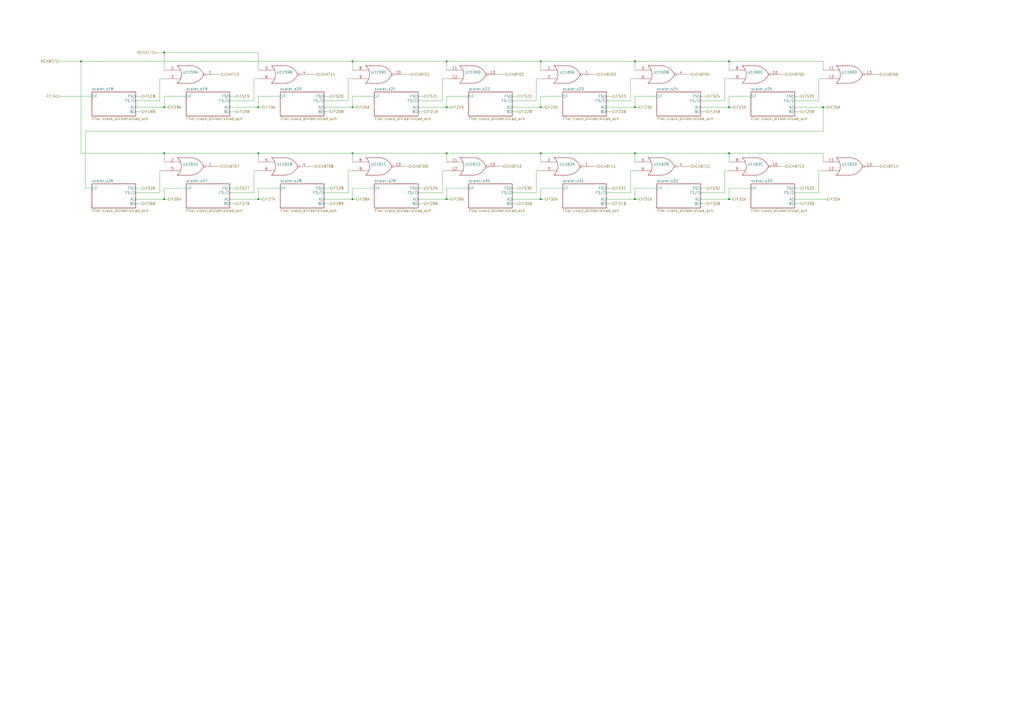
<source format=kicad_sch>
(kicad_sch (version 20211123) (generator eeschema)
  (paper "A2")
  (lib_symbols
    (symbol "agc_kicad_components:74HC02" (pin_names (offset 0.762))
      (property "Reference" "U" (at 0 1.27 0))
      (symbol "74HC02_1_1"
        (arc (start -7.62 -5.08) (mid -5.2708 0) (end -7.62 5.08) (stroke (width 0.2032)))
        (arc (start 0 -5.08) (mid 4.5812 -3.6906) (end 7.62 0) (stroke (width 0.2032)))
        (polyline (pts (xy -7.62 -5.08) (xy 0 -5.08)) (stroke (width 0.2032)))
        (polyline (pts (xy -7.62 5.08) (xy 0 5.08)) (stroke (width 0.2032)))
        (arc (start 7.62 0) (mid 4.5727 3.6819) (end 0 5.08) (stroke (width 0.2032)))
        (pin output inverted (at 15.24 0 180) (length 7.62) (name "~") (number "1"))
        (pin input line (at -15.24 2.54 0) (length 9.398) (name "~") (number "2"))
        (pin input line (at -15.24 -2.54 0) (length 9.398) (name "~") (number "3"))
      )
      (symbol "74HC02_2_1"
        (arc (start -7.62 -5.08) (mid -5.2708 0) (end -7.62 5.08) (stroke (width 0.2032)))
        (arc (start 0 -5.08) (mid 4.5812 -3.6906) (end 7.62 0) (stroke (width 0.2032)))
        (polyline (pts (xy -7.62 -5.08) (xy 0 -5.08)) (stroke (width 0.2032)))
        (polyline (pts (xy -7.62 5.08) (xy 0 5.08)) (stroke (width 0.2032)))
        (arc (start 7.62 0) (mid 4.5727 3.6819) (end 0 5.08) (stroke (width 0.2032)))
        (pin output inverted (at 15.24 0 180) (length 7.62) (name "~") (number "4"))
        (pin input line (at -15.24 2.54 0) (length 9.398) (name "~") (number "5"))
        (pin input line (at -15.24 -2.54 0) (length 9.398) (name "~") (number "6"))
      )
      (symbol "74HC02_3_1"
        (arc (start -7.62 -5.08) (mid -5.2708 0) (end -7.62 5.08) (stroke (width 0.2032)))
        (arc (start 0 -5.08) (mid 4.5812 -3.6906) (end 7.62 0) (stroke (width 0.2032)))
        (polyline (pts (xy -7.62 -5.08) (xy 0 -5.08)) (stroke (width 0.2032)))
        (polyline (pts (xy -7.62 5.08) (xy 0 5.08)) (stroke (width 0.2032)))
        (arc (start 7.62 0) (mid 4.5727 3.6819) (end 0 5.08) (stroke (width 0.2032)))
        (pin output inverted (at 15.24 0 180) (length 7.62) (name "~") (number "10"))
        (pin input line (at -15.24 2.54 0) (length 9.398) (name "~") (number "8"))
        (pin input line (at -15.24 -2.54 0) (length 9.398) (name "~") (number "9"))
      )
      (symbol "74HC02_4_1"
        (arc (start -7.62 -5.08) (mid -5.2708 0) (end -7.62 5.08) (stroke (width 0.2032)))
        (arc (start 0 -5.08) (mid 4.5812 -3.6906) (end 7.62 0) (stroke (width 0.2032)))
        (polyline (pts (xy -7.62 -5.08) (xy 0 -5.08)) (stroke (width 0.2032)))
        (polyline (pts (xy -7.62 5.08) (xy 0 5.08)) (stroke (width 0.2032)))
        (arc (start 7.62 0) (mid 4.5727 3.6819) (end 0 5.08) (stroke (width 0.2032)))
        (pin input line (at -15.24 2.54 0) (length 9.398) (name "~") (number "11"))
        (pin input line (at -15.24 -2.54 0) (length 9.398) (name "~") (number "12"))
        (pin output inverted (at 15.24 0 180) (length 7.62) (name "~") (number "13"))
      )
      (symbol "74HC02_5_0"
        (text "GND" (at 2.54 -3.81 0) (effects (font (size 0.9906 0.9906))))
        (text "VCC" (at 2.54 3.81 0) (effects (font (size 0.9906 0.9906))))
      )
      (symbol "74HC02_5_1"
        (rectangle (start -5.08 2.54) (end 5.08 -2.54))
        (pin power_in line (at 0 6.35 270) (length 3.81) (name "VCC") (number "14"))
        (pin power_in line (at 0 -6.35 90) (length 3.81) (name "GND") (number "7"))
      )
    )
  )
  (junction (at 368.3 115.57))
  (junction (at 259.08 88.9))
  (junction (at 422.91 88.9))
  (junction (at 259.08 115.57))
  (junction (at 368.3 62.23))
  (junction (at 259.08 62.23))
  (junction (at 149.86 62.23))
  (junction (at 204.47 88.9))
  (junction (at 204.47 115.57))
  (junction (at 368.3 35.56))
  (junction (at 313.69 62.23))
  (junction (at 477.52 62.23))
  (junction (at 95.25 88.9))
  (junction (at 149.86 88.9))
  (junction (at 204.47 62.23))
  (junction (at 422.91 62.23))
  (junction (at 149.86 115.57))
  (junction (at 95.25 115.57))
  (junction (at 368.3 88.9))
  (junction (at 259.08 35.56))
  (junction (at 204.47 35.56))
  (junction (at 95.25 30.48))
  (junction (at 313.69 35.56))
  (junction (at 46.99 35.56))
  (junction (at 313.69 115.57))
  (junction (at 422.91 115.57))
  (junction (at 95.25 62.23))
  (junction (at 313.69 88.9))
  (junction (at 422.91 35.56))
  (wire (pts (xy 368.3 62.23) (xy 370.84 62.23)))
  (wire (pts (xy 422.91 35.56) (xy 422.91 40.64)))
  (wire (pts (xy 34.29 55.88) (xy 53.34 55.88)))
  (wire (pts (xy 453.39 43.18) (xy 455.93 43.18)))
  (wire (pts (xy 133.35 109.22) (xy 137.16 109.22)))
  (wire (pts (xy 453.39 96.52) (xy 455.93 96.52)))
  (wire (pts (xy 234.95 96.52) (xy 237.49 96.52)))
  (wire (pts (xy 259.08 62.23) (xy 261.62 62.23)))
  (wire (pts (xy 461.01 62.23) (xy 477.52 62.23)))
  (wire (pts (xy 187.96 55.88) (xy 191.77 55.88)))
  (wire (pts (xy 289.56 43.18) (xy 293.37 43.18)))
  (wire (pts (xy 351.79 109.22) (xy 355.6 109.22)))
  (wire (pts (xy 133.35 64.77) (xy 137.16 64.77)))
  (wire (pts (xy 477.52 35.56) (xy 477.52 40.64)))
  (wire (pts (xy 201.93 111.76) (xy 201.93 99.06)))
  (wire (pts (xy 204.47 115.57) (xy 207.01 115.57)))
  (wire (pts (xy 187.96 118.11) (xy 191.77 118.11)))
  (wire (pts (xy 461.01 58.42) (xy 474.98 58.42)))
  (wire (pts (xy 125.73 43.18) (xy 128.27 43.18)))
  (wire (pts (xy 234.95 43.18) (xy 238.76 43.18)))
  (wire (pts (xy 147.32 111.76) (xy 147.32 99.06)))
  (wire (pts (xy 508 96.52) (xy 510.54 96.52)))
  (wire (pts (xy 92.71 99.06) (xy 95.25 99.06)))
  (wire (pts (xy 461.01 118.11) (xy 464.82 118.11)))
  (wire (pts (xy 406.4 109.22) (xy 410.21 109.22)))
  (wire (pts (xy 461.01 111.76) (xy 474.98 111.76)))
  (wire (pts (xy 147.32 45.72) (xy 149.86 45.72)))
  (wire (pts (xy 351.79 62.23) (xy 368.3 62.23)))
  (wire (pts (xy 406.4 118.11) (xy 410.21 118.11)))
  (wire (pts (xy 201.93 99.06) (xy 204.47 99.06)))
  (wire (pts (xy 259.08 55.88) (xy 271.78 55.88)))
  (wire (pts (xy 201.93 45.72) (xy 204.47 45.72)))
  (wire (pts (xy 510.54 43.18) (xy 508 43.18)))
  (wire (pts (xy 422.91 35.56) (xy 477.52 35.56)))
  (wire (pts (xy 297.18 64.77) (xy 300.99 64.77)))
  (wire (pts (xy 311.15 111.76) (xy 311.15 99.06)))
  (wire (pts (xy 297.18 62.23) (xy 313.69 62.23)))
  (wire (pts (xy 90.17 30.48) (xy 95.25 30.48)))
  (wire (pts (xy 78.74 109.22) (xy 82.55 109.22)))
  (wire (pts (xy 406.4 62.23) (xy 422.91 62.23)))
  (wire (pts (xy 313.69 109.22) (xy 326.39 109.22)))
  (wire (pts (xy 149.86 109.22) (xy 162.56 109.22)))
  (wire (pts (xy 461.01 64.77) (xy 464.82 64.77)))
  (wire (pts (xy 78.74 62.23) (xy 95.25 62.23)))
  (wire (pts (xy 406.4 115.57) (xy 422.91 115.57)))
  (wire (pts (xy 422.91 115.57) (xy 425.45 115.57)))
  (wire (pts (xy 95.25 115.57) (xy 95.25 109.22)))
  (wire (pts (xy 297.18 118.11) (xy 300.99 118.11)))
  (wire (pts (xy 365.76 111.76) (xy 365.76 99.06)))
  (wire (pts (xy 311.15 99.06) (xy 313.69 99.06)))
  (wire (pts (xy 133.35 118.11) (xy 137.16 118.11)))
  (wire (pts (xy 256.54 45.72) (xy 259.08 45.72)))
  (wire (pts (xy 95.25 115.57) (xy 97.79 115.57)))
  (wire (pts (xy 133.35 115.57) (xy 149.86 115.57)))
  (wire (pts (xy 147.32 99.06) (xy 149.86 99.06)))
  (wire (pts (xy 78.74 111.76) (xy 92.71 111.76)))
  (wire (pts (xy 92.71 58.42) (xy 92.71 45.72)))
  (wire (pts (xy 125.73 96.52) (xy 128.27 96.52)))
  (wire (pts (xy 78.74 64.77) (xy 82.55 64.77)))
  (wire (pts (xy 420.37 45.72) (xy 422.91 45.72)))
  (wire (pts (xy 398.78 96.52) (xy 401.32 96.52)))
  (wire (pts (xy 474.98 45.72) (xy 477.52 45.72)))
  (wire (pts (xy 368.3 115.57) (xy 370.84 115.57)))
  (wire (pts (xy 406.4 64.77) (xy 410.21 64.77)))
  (wire (pts (xy 204.47 115.57) (xy 204.47 109.22)))
  (wire (pts (xy 259.08 88.9) (xy 259.08 93.98)))
  (wire (pts (xy 46.99 88.9) (xy 95.25 88.9)))
  (wire (pts (xy 204.47 62.23) (xy 207.01 62.23)))
  (wire (pts (xy 351.79 111.76) (xy 365.76 111.76)))
  (wire (pts (xy 365.76 99.06) (xy 368.3 99.06)))
  (wire (pts (xy 477.52 62.23) (xy 477.52 76.2)))
  (wire (pts (xy 49.53 76.2) (xy 49.53 109.22)))
  (wire (pts (xy 259.08 40.64) (xy 259.08 35.56)))
  (wire (pts (xy 461.01 115.57) (xy 480.06 115.57)))
  (wire (pts (xy 242.57 118.11) (xy 246.38 118.11)))
  (wire (pts (xy 242.57 55.88) (xy 246.38 55.88)))
  (wire (pts (xy 242.57 109.22) (xy 246.38 109.22)))
  (wire (pts (xy 133.35 58.42) (xy 147.32 58.42)))
  (wire (pts (xy 49.53 109.22) (xy 53.34 109.22)))
  (wire (pts (xy 95.25 30.48) (xy 149.86 30.48)))
  (wire (pts (xy 204.47 62.23) (xy 204.47 55.88)))
  (wire (pts (xy 242.57 111.76) (xy 256.54 111.76)))
  (wire (pts (xy 95.25 88.9) (xy 95.25 93.98)))
  (wire (pts (xy 406.4 58.42) (xy 420.37 58.42)))
  (wire (pts (xy 351.79 115.57) (xy 368.3 115.57)))
  (wire (pts (xy 259.08 62.23) (xy 259.08 55.88)))
  (wire (pts (xy 204.47 55.88) (xy 217.17 55.88)))
  (wire (pts (xy 422.91 62.23) (xy 422.91 55.88)))
  (wire (pts (xy 311.15 45.72) (xy 313.69 45.72)))
  (wire (pts (xy 474.98 58.42) (xy 474.98 45.72)))
  (wire (pts (xy 187.96 58.42) (xy 201.93 58.42)))
  (wire (pts (xy 297.18 115.57) (xy 313.69 115.57)))
  (wire (pts (xy 256.54 58.42) (xy 256.54 45.72)))
  (wire (pts (xy 204.47 35.56) (xy 259.08 35.56)))
  (wire (pts (xy 259.08 115.57) (xy 259.08 109.22)))
  (wire (pts (xy 313.69 62.23) (xy 316.23 62.23)))
  (wire (pts (xy 204.47 88.9) (xy 204.47 93.98)))
  (wire (pts (xy 461.01 55.88) (xy 464.82 55.88)))
  (wire (pts (xy 187.96 109.22) (xy 191.77 109.22)))
  (wire (pts (xy 149.86 55.88) (xy 162.56 55.88)))
  (wire (pts (xy 297.18 109.22) (xy 300.99 109.22)))
  (wire (pts (xy 365.76 58.42) (xy 365.76 45.72)))
  (wire (pts (xy 95.25 62.23) (xy 95.25 55.88)))
  (wire (pts (xy 368.3 109.22) (xy 381 109.22)))
  (wire (pts (xy 368.3 55.88) (xy 381 55.88)))
  (wire (pts (xy 477.52 62.23) (xy 480.06 62.23)))
  (wire (pts (xy 313.69 35.56) (xy 313.69 40.64)))
  (wire (pts (xy 313.69 55.88) (xy 326.39 55.88)))
  (wire (pts (xy 201.93 58.42) (xy 201.93 45.72)))
  (wire (pts (xy 344.17 43.18) (xy 346.71 43.18)))
  (wire (pts (xy 46.99 35.56) (xy 204.47 35.56)))
  (wire (pts (xy 95.25 55.88) (xy 107.95 55.88)))
  (wire (pts (xy 149.86 62.23) (xy 149.86 55.88)))
  (wire (pts (xy 351.79 118.11) (xy 355.6 118.11)))
  (wire (pts (xy 95.25 62.23) (xy 97.79 62.23)))
  (wire (pts (xy 313.69 35.56) (xy 368.3 35.56)))
  (wire (pts (xy 351.79 64.77) (xy 355.6 64.77)))
  (wire (pts (xy 242.57 58.42) (xy 256.54 58.42)))
  (wire (pts (xy 78.74 115.57) (xy 95.25 115.57)))
  (wire (pts (xy 242.57 115.57) (xy 259.08 115.57)))
  (wire (pts (xy 313.69 62.23) (xy 313.69 55.88)))
  (wire (pts (xy 187.96 115.57) (xy 204.47 115.57)))
  (wire (pts (xy 398.78 43.18) (xy 401.32 43.18)))
  (wire (pts (xy 344.17 96.52) (xy 346.71 96.52)))
  (wire (pts (xy 149.86 88.9) (xy 149.86 93.98)))
  (wire (pts (xy 313.69 88.9) (xy 368.3 88.9)))
  (wire (pts (xy 259.08 88.9) (xy 313.69 88.9)))
  (wire (pts (xy 422.91 109.22) (xy 435.61 109.22)))
  (wire (pts (xy 187.96 62.23) (xy 204.47 62.23)))
  (wire (pts (xy 204.47 88.9) (xy 259.08 88.9)))
  (wire (pts (xy 133.35 62.23) (xy 149.86 62.23)))
  (wire (pts (xy 422.91 88.9) (xy 477.52 88.9)))
  (wire (pts (xy 420.37 111.76) (xy 420.37 99.06)))
  (wire (pts (xy 95.25 88.9) (xy 149.86 88.9)))
  (wire (pts (xy 368.3 88.9) (xy 368.3 93.98)))
  (wire (pts (xy 242.57 64.77) (xy 246.38 64.77)))
  (wire (pts (xy 313.69 88.9) (xy 313.69 93.98)))
  (wire (pts (xy 78.74 55.88) (xy 82.55 55.88)))
  (wire (pts (xy 78.74 58.42) (xy 92.71 58.42)))
  (wire (pts (xy 78.74 118.11) (xy 82.55 118.11)))
  (wire (pts (xy 422.91 115.57) (xy 422.91 109.22)))
  (wire (pts (xy 204.47 109.22) (xy 217.17 109.22)))
  (wire (pts (xy 289.56 96.52) (xy 292.1 96.52)))
  (wire (pts (xy 133.35 111.76) (xy 147.32 111.76)))
  (wire (pts (xy 422.91 55.88) (xy 435.61 55.88)))
  (wire (pts (xy 474.98 111.76) (xy 474.98 99.06)))
  (wire (pts (xy 95.25 109.22) (xy 107.95 109.22)))
  (wire (pts (xy 368.3 62.23) (xy 368.3 55.88)))
  (wire (pts (xy 297.18 111.76) (xy 311.15 111.76)))
  (wire (pts (xy 149.86 62.23) (xy 152.4 62.23)))
  (wire (pts (xy 147.32 58.42) (xy 147.32 45.72)))
  (wire (pts (xy 477.52 76.2) (xy 49.53 76.2)))
  (wire (pts (xy 242.57 62.23) (xy 259.08 62.23)))
  (wire (pts (xy 311.15 58.42) (xy 311.15 45.72)))
  (wire (pts (xy 259.08 35.56) (xy 313.69 35.56)))
  (wire (pts (xy 204.47 40.64) (xy 204.47 35.56)))
  (wire (pts (xy 182.88 96.52) (xy 180.34 96.52)))
  (wire (pts (xy 256.54 111.76) (xy 256.54 99.06)))
  (wire (pts (xy 368.3 115.57) (xy 368.3 109.22)))
  (wire (pts (xy 92.71 111.76) (xy 92.71 99.06)))
  (wire (pts (xy 406.4 55.88) (xy 410.21 55.88)))
  (wire (pts (xy 368.3 35.56) (xy 422.91 35.56)))
  (wire (pts (xy 365.76 45.72) (xy 368.3 45.72)))
  (wire (pts (xy 187.96 111.76) (xy 201.93 111.76)))
  (wire (pts (xy 297.18 58.42) (xy 311.15 58.42)))
  (wire (pts (xy 46.99 35.56) (xy 46.99 88.9)))
  (wire (pts (xy 133.35 55.88) (xy 137.16 55.88)))
  (wire (pts (xy 368.3 35.56) (xy 368.3 40.64)))
  (wire (pts (xy 95.25 30.48) (xy 95.25 40.64)))
  (wire (pts (xy 368.3 88.9) (xy 422.91 88.9)))
  (wire (pts (xy 477.52 88.9) (xy 477.52 93.98)))
  (wire (pts (xy 422.91 62.23) (xy 425.45 62.23)))
  (wire (pts (xy 187.96 64.77) (xy 191.77 64.77)))
  (wire (pts (xy 351.79 58.42) (xy 365.76 58.42)))
  (wire (pts (xy 313.69 115.57) (xy 313.69 109.22)))
  (wire (pts (xy 149.86 30.48) (xy 149.86 40.64)))
  (wire (pts (xy 259.08 115.57) (xy 261.62 115.57)))
  (wire (pts (xy 313.69 115.57) (xy 316.23 115.57)))
  (wire (pts (xy 259.08 109.22) (xy 271.78 109.22)))
  (wire (pts (xy 34.29 35.56) (xy 46.99 35.56)))
  (wire (pts (xy 420.37 58.42) (xy 420.37 45.72)))
  (wire (pts (xy 180.34 43.18) (xy 184.15 43.18)))
  (wire (pts (xy 351.79 55.88) (xy 355.6 55.88)))
  (wire (pts (xy 420.37 99.06) (xy 422.91 99.06)))
  (wire (pts (xy 92.71 45.72) (xy 95.25 45.72)))
  (wire (pts (xy 461.01 109.22) (xy 464.82 109.22)))
  (wire (pts (xy 297.18 55.88) (xy 300.99 55.88)))
  (wire (pts (xy 422.91 88.9) (xy 422.91 93.98)))
  (wire (pts (xy 149.86 88.9) (xy 204.47 88.9)))
  (wire (pts (xy 406.4 111.76) (xy 420.37 111.76)))
  (wire (pts (xy 256.54 99.06) (xy 259.08 99.06)))
  (wire (pts (xy 149.86 115.57) (xy 149.86 109.22)))
  (wire (pts (xy 474.98 99.06) (xy 477.52 99.06)))
  (wire (pts (xy 149.86 115.57) (xy 152.4 115.57)))
  (hierarchical_label "FS31" (shape output) (at 355.6 109.22 0) (effects (font (size 1.524 1.524))))
  (hierarchical_label "CHBT09" (shape output) (at 237.49 96.52 0) (effects (font (size 1.524 1.524))))
  (hierarchical_label "CHBT08" (shape output) (at 182.88 96.52 0) (effects (font (size 1.524 1.524))))
  (hierarchical_label "F30A" (shape output) (at 316.23 115.57 0) (effects (font (size 1.524 1.524))))
  (hierarchical_label "F20A" (shape output) (at 207.01 62.23 0) (effects (font (size 1.524 1.524))))
  (hierarchical_label "CHBT14" (shape output) (at 510.54 96.52 0) (effects (font (size 1.524 1.524))))
  (hierarchical_label "F18A" (shape output) (at 97.79 62.23 0) (effects (font (size 1.524 1.524))))
  (hierarchical_label "F22B" (shape output) (at 300.99 64.77 0) (effects (font (size 1.524 1.524))))
  (hierarchical_label "F32A" (shape output) (at 425.45 115.57 0) (effects (font (size 1.524 1.524))))
  (hierarchical_label "CHBT13" (shape output) (at 455.93 96.52 0) (effects (font (size 1.524 1.524))))
  (hierarchical_label "CHBT03" (shape output) (at 346.71 43.18 0) (effects (font (size 1.524 1.524))))
  (hierarchical_label "F31B" (shape output) (at 355.6 118.11 0) (effects (font (size 1.524 1.524))))
  (hierarchical_label "FS25" (shape output) (at 464.82 55.88 0) (effects (font (size 1.524 1.524))))
  (hierarchical_label "CHBT06" (shape output) (at 510.54 43.18 0) (effects (font (size 1.524 1.524))))
  (hierarchical_label "FS29" (shape output) (at 246.38 109.22 0) (effects (font (size 1.524 1.524))))
  (hierarchical_label "F18B" (shape output) (at 82.55 64.77 0) (effects (font (size 1.524 1.524))))
  (hierarchical_label "RCHAT/" (shape input) (at 90.17 30.48 180) (effects (font (size 1.524 1.524))))
  (hierarchical_label "FS19" (shape output) (at 137.16 55.88 0) (effects (font (size 1.524 1.524))))
  (hierarchical_label "F20B" (shape output) (at 191.77 64.77 0) (effects (font (size 1.524 1.524))))
  (hierarchical_label "F26B" (shape output) (at 82.55 118.11 0) (effects (font (size 1.524 1.524))))
  (hierarchical_label "F25A" (shape output) (at 480.06 62.23 0) (effects (font (size 1.524 1.524))))
  (hierarchical_label "F32B" (shape output) (at 410.21 118.11 0) (effects (font (size 1.524 1.524))))
  (hierarchical_label "F22A" (shape output) (at 316.23 62.23 0) (effects (font (size 1.524 1.524))))
  (hierarchical_label "F33B" (shape output) (at 464.82 118.11 0) (effects (font (size 1.524 1.524))))
  (hierarchical_label "F19B" (shape output) (at 137.16 64.77 0) (effects (font (size 1.524 1.524))))
  (hierarchical_label "F23B" (shape output) (at 355.6 64.77 0) (effects (font (size 1.524 1.524))))
  (hierarchical_label "FS22" (shape output) (at 300.99 55.88 0) (effects (font (size 1.524 1.524))))
  (hierarchical_label "FS24" (shape output) (at 410.21 55.88 0) (effects (font (size 1.524 1.524))))
  (hierarchical_label "FS23" (shape output) (at 355.6 55.88 0) (effects (font (size 1.524 1.524))))
  (hierarchical_label "CHBT05" (shape output) (at 455.93 43.18 0) (effects (font (size 1.524 1.524))))
  (hierarchical_label "F29A" (shape output) (at 261.62 115.57 0) (effects (font (size 1.524 1.524))))
  (hierarchical_label "FS27" (shape output) (at 137.16 109.22 0) (effects (font (size 1.524 1.524))))
  (hierarchical_label "F17A" (shape input) (at 34.29 55.88 180) (effects (font (size 1.524 1.524))))
  (hierarchical_label "FS33" (shape output) (at 464.82 109.22 0) (effects (font (size 1.524 1.524))))
  (hierarchical_label "F31A" (shape output) (at 370.84 115.57 0) (effects (font (size 1.524 1.524))))
  (hierarchical_label "F23A" (shape output) (at 370.84 62.23 0) (effects (font (size 1.524 1.524))))
  (hierarchical_label "F25B" (shape output) (at 464.82 64.77 0) (effects (font (size 1.524 1.524))))
  (hierarchical_label "FS32" (shape output) (at 410.21 109.22 0) (effects (font (size 1.524 1.524))))
  (hierarchical_label "FS30" (shape output) (at 300.99 109.22 0) (effects (font (size 1.524 1.524))))
  (hierarchical_label "F26A" (shape output) (at 97.79 115.57 0) (effects (font (size 1.524 1.524))))
  (hierarchical_label "F21B" (shape output) (at 246.38 64.77 0) (effects (font (size 1.524 1.524))))
  (hierarchical_label "F33A" (shape output) (at 480.06 115.57 0) (effects (font (size 1.524 1.524))))
  (hierarchical_label "F24B" (shape output) (at 410.21 64.77 0) (effects (font (size 1.524 1.524))))
  (hierarchical_label "FS26" (shape output) (at 82.55 109.22 0) (effects (font (size 1.524 1.524))))
  (hierarchical_label "FS21" (shape output) (at 246.38 55.88 0) (effects (font (size 1.524 1.524))))
  (hierarchical_label "FS20" (shape output) (at 191.77 55.88 0) (effects (font (size 1.524 1.524))))
  (hierarchical_label "F30B" (shape output) (at 300.99 118.11 0) (effects (font (size 1.524 1.524))))
  (hierarchical_label "F21A" (shape output) (at 261.62 62.23 0) (effects (font (size 1.524 1.524))))
  (hierarchical_label "F28A" (shape output) (at 207.01 115.57 0) (effects (font (size 1.524 1.524))))
  (hierarchical_label "F27B" (shape output) (at 137.16 118.11 0) (effects (font (size 1.524 1.524))))
  (hierarchical_label "CHAT14" (shape output) (at 184.15 43.18 0) (effects (font (size 1.524 1.524))))
  (hierarchical_label "CHBT10" (shape output) (at 292.1 96.52 0) (effects (font (size 1.524 1.524))))
  (hierarchical_label "CHAT13" (shape output) (at 128.27 43.18 0) (effects (font (size 1.524 1.524))))
  (hierarchical_label "CHBT12" (shape output) (at 401.32 96.52 0) (effects (font (size 1.524 1.524))))
  (hierarchical_label "F28B" (shape output) (at 191.77 118.11 0) (effects (font (size 1.524 1.524))))
  (hierarchical_label "F29B" (shape output) (at 246.38 118.11 0) (effects (font (size 1.524 1.524))))
  (hierarchical_label "CHBT04" (shape output) (at 401.32 43.18 0) (effects (font (size 1.524 1.524))))
  (hierarchical_label "RCHBT/" (shape input) (at 34.29 35.56 180) (effects (font (size 1.524 1.524))))
  (hierarchical_label "CHBT11" (shape output) (at 346.71 96.52 0) (effects (font (size 1.524 1.524))))
  (hierarchical_label "CHBT07" (shape output) (at 128.27 96.52 0) (effects (font (size 1.524 1.524))))
  (hierarchical_label "FS28" (shape output) (at 191.77 109.22 0) (effects (font (size 1.524 1.524))))
  (hierarchical_label "CHBT02" (shape output) (at 293.37 43.18 0) (effects (font (size 1.524 1.524))))
  (hierarchical_label "F19A" (shape output) (at 152.4 62.23 0) (effects (font (size 1.524 1.524))))
  (hierarchical_label "F24A" (shape output) (at 425.45 62.23 0) (effects (font (size 1.524 1.524))))
  (hierarchical_label "CHBT01" (shape output) (at 238.76 43.18 0) (effects (font (size 1.524 1.524))))
  (hierarchical_label "F27A" (shape output) (at 152.4 115.57 0) (effects (font (size 1.524 1.524))))
  (hierarchical_label "FS18" (shape output) (at 82.55 55.88 0) (effects (font (size 1.524 1.524))))
  (symbol (lib_id "agc_kicad_components:74HC02") (at 328.93 43.18 0) (unit 1)
    (property "Reference" "U1160" (at 328.93 41.91 0) (effects (font (size 1.524 1.524))))
  )
  (symbol (lib_id "agc_kicad_components:74HC02") (at 383.54 43.18 0) (unit 2)
    (property "Reference" "U1160" (at 383.54 41.91 0) (effects (font (size 1.524 1.524))))
  )
  (symbol (lib_id "agc_kicad_components:74HC02") (at 438.15 43.18 0) (unit 3)
    (property "Reference" "U1160" (at 438.15 41.91 0) (effects (font (size 1.524 1.524))))
  )
  (symbol (lib_id "agc_kicad_components:74HC02") (at 492.76 43.18 0) (unit 4)
    (property "Reference" "U1160" (at 492.76 41.91 0) (effects (font (size 1.524 1.524))))
  )
  (symbol (lib_id "agc_kicad_components:74HC02") (at 110.49 96.52 0) (unit 1)
    (property "Reference" "U1161" (at 110.49 95.25 0) (effects (font (size 1.524 1.524))))
  )
  (symbol (lib_id "agc_kicad_components:74HC02") (at 165.1 96.52 0) (unit 2)
    (property "Reference" "U1161" (at 165.1 95.25 0) (effects (font (size 1.524 1.524))))
  )
  (symbol (lib_id "agc_kicad_components:74HC02") (at 219.71 96.52 0) (unit 3)
    (property "Reference" "U1161" (at 219.71 95.25 0) (effects (font (size 1.524 1.524))))
  )
  (symbol (lib_id "agc_kicad_components:74HC02") (at 274.32 96.52 0) (unit 4)
    (property "Reference" "U1161" (at 274.32 95.25 0) (effects (font (size 1.524 1.524))))
  )
  (symbol (lib_id "agc_kicad_components:74HC02") (at 328.93 96.52 0) (unit 1)
    (property "Reference" "U1162" (at 328.93 95.25 0) (effects (font (size 1.524 1.524))))
  )
  (symbol (lib_id "agc_kicad_components:74HC02") (at 383.54 96.52 0) (unit 2)
    (property "Reference" "U1162" (at 383.54 95.25 0) (effects (font (size 1.524 1.524))))
  )
  (symbol (lib_id "agc_kicad_components:74HC02") (at 438.15 96.52 0) (unit 3)
    (property "Reference" "U1162" (at 438.15 95.25 0) (effects (font (size 1.524 1.524))))
  )
  (symbol (lib_id "agc_kicad_components:74HC02") (at 492.76 96.52 0) (unit 4)
    (property "Reference" "U1162" (at 492.76 95.25 0) (effects (font (size 1.524 1.524))))
  )
  (symbol (lib_id "agc_kicad_components:74HC02") (at 110.49 43.18 0) (unit 1)
    (property "Reference" "U1159" (at 110.49 41.91 0) (effects (font (size 1.524 1.524))))
  )
  (symbol (lib_id "agc_kicad_components:74HC02") (at 165.1 43.18 0) (unit 2)
    (property "Reference" "U1159" (at 165.1 41.91 0) (effects (font (size 1.524 1.524))))
  )
  (symbol (lib_id "agc_kicad_components:74HC02") (at 219.71 43.18 0) (unit 3)
    (property "Reference" "U1159" (at 219.71 41.91 0) (effects (font (size 1.524 1.524))))
  )
  (symbol (lib_id "agc_kicad_components:74HC02") (at 274.32 43.18 0) (unit 4)
    (property "Reference" "U1159" (at 274.32 41.91 0) (effects (font (size 1.524 1.524))))
  )
  (sheet (at 53.34 53.34) (size 25.4 13.97)
    (property "Sheet name" "scaler_s18" (at 53.34 52.5014 0) (effects (font (size 1.524 1.524)) (justify left bottom)))
    (property "Sheet file" "clock_divider.kicad_sch" (at 53.34 67.9962 0) (effects (font (size 1.524 1.524)) (justify left top)))
    (pin "F" input (at 53.34 55.88 180) (effects (font (size 1.524 1.524))))
    (pin "FS" output (at 78.74 55.88 0) (effects (font (size 1.524 1.524))))
    (pin "FS/" output (at 78.74 58.42 0) (effects (font (size 1.524 1.524))))
    (pin "A" output (at 78.74 62.23 0) (effects (font (size 1.524 1.524))))
    (pin "B" output (at 78.74 64.77 0) (effects (font (size 1.524 1.524))))
  )
  (sheet (at 107.95 53.34) (size 25.4 13.97)
    (property "Sheet name" "scaler_s19" (at 107.95 52.5014 0) (effects (font (size 1.524 1.524)) (justify left bottom)))
    (property "Sheet file" "clock_divider.kicad_sch" (at 107.95 67.9962 0) (effects (font (size 1.524 1.524)) (justify left top)))
    (pin "F" input (at 107.95 55.88 180) (effects (font (size 1.524 1.524))))
    (pin "FS" output (at 133.35 55.88 0) (effects (font (size 1.524 1.524))))
    (pin "FS/" output (at 133.35 58.42 0) (effects (font (size 1.524 1.524))))
    (pin "A" output (at 133.35 62.23 0) (effects (font (size 1.524 1.524))))
    (pin "B" output (at 133.35 64.77 0) (effects (font (size 1.524 1.524))))
  )
  (sheet (at 162.56 53.34) (size 25.4 13.97)
    (property "Sheet name" "scaler_s20" (at 162.56 52.5014 0) (effects (font (size 1.524 1.524)) (justify left bottom)))
    (property "Sheet file" "clock_divider.kicad_sch" (at 162.56 67.9962 0) (effects (font (size 1.524 1.524)) (justify left top)))
    (pin "F" input (at 162.56 55.88 180) (effects (font (size 1.524 1.524))))
    (pin "FS" output (at 187.96 55.88 0) (effects (font (size 1.524 1.524))))
    (pin "FS/" output (at 187.96 58.42 0) (effects (font (size 1.524 1.524))))
    (pin "A" output (at 187.96 62.23 0) (effects (font (size 1.524 1.524))))
    (pin "B" output (at 187.96 64.77 0) (effects (font (size 1.524 1.524))))
  )
  (sheet (at 217.17 53.34) (size 25.4 13.97)
    (property "Sheet name" "scaler_s21" (at 217.17 52.5014 0) (effects (font (size 1.524 1.524)) (justify left bottom)))
    (property "Sheet file" "clock_divider.kicad_sch" (at 217.17 67.9962 0) (effects (font (size 1.524 1.524)) (justify left top)))
    (pin "F" input (at 217.17 55.88 180) (effects (font (size 1.524 1.524))))
    (pin "FS" output (at 242.57 55.88 0) (effects (font (size 1.524 1.524))))
    (pin "FS/" output (at 242.57 58.42 0) (effects (font (size 1.524 1.524))))
    (pin "A" output (at 242.57 62.23 0) (effects (font (size 1.524 1.524))))
    (pin "B" output (at 242.57 64.77 0) (effects (font (size 1.524 1.524))))
  )
  (sheet (at 271.78 53.34) (size 25.4 13.97)
    (property "Sheet name" "scaler_s22" (at 271.78 52.5014 0) (effects (font (size 1.524 1.524)) (justify left bottom)))
    (property "Sheet file" "clock_divider.kicad_sch" (at 271.78 67.9962 0) (effects (font (size 1.524 1.524)) (justify left top)))
    (pin "F" input (at 271.78 55.88 180) (effects (font (size 1.524 1.524))))
    (pin "FS" output (at 297.18 55.88 0) (effects (font (size 1.524 1.524))))
    (pin "FS/" output (at 297.18 58.42 0) (effects (font (size 1.524 1.524))))
    (pin "A" output (at 297.18 62.23 0) (effects (font (size 1.524 1.524))))
    (pin "B" output (at 297.18 64.77 0) (effects (font (size 1.524 1.524))))
  )
  (sheet (at 326.39 53.34) (size 25.4 13.97)
    (property "Sheet name" "scaler_s23" (at 326.39 52.5014 0) (effects (font (size 1.524 1.524)) (justify left bottom)))
    (property "Sheet file" "clock_divider.kicad_sch" (at 326.39 67.9962 0) (effects (font (size 1.524 1.524)) (justify left top)))
    (pin "F" input (at 326.39 55.88 180) (effects (font (size 1.524 1.524))))
    (pin "FS" output (at 351.79 55.88 0) (effects (font (size 1.524 1.524))))
    (pin "FS/" output (at 351.79 58.42 0) (effects (font (size 1.524 1.524))))
    (pin "A" output (at 351.79 62.23 0) (effects (font (size 1.524 1.524))))
    (pin "B" output (at 351.79 64.77 0) (effects (font (size 1.524 1.524))))
  )
  (sheet (at 381 53.34) (size 25.4 13.97)
    (property "Sheet name" "scaler_s24" (at 381 52.5014 0) (effects (font (size 1.524 1.524)) (justify left bottom)))
    (property "Sheet file" "clock_divider.kicad_sch" (at 381 67.9962 0) (effects (font (size 1.524 1.524)) (justify left top)))
    (pin "F" input (at 381 55.88 180) (effects (font (size 1.524 1.524))))
    (pin "FS" output (at 406.4 55.88 0) (effects (font (size 1.524 1.524))))
    (pin "FS/" output (at 406.4 58.42 0) (effects (font (size 1.524 1.524))))
    (pin "A" output (at 406.4 62.23 0) (effects (font (size 1.524 1.524))))
    (pin "B" output (at 406.4 64.77 0) (effects (font (size 1.524 1.524))))
  )
  (sheet (at 435.61 53.34) (size 25.4 13.97)
    (property "Sheet name" "scaler_s25" (at 435.61 52.5014 0) (effects (font (size 1.524 1.524)) (justify left bottom)))
    (property "Sheet file" "clock_divider.kicad_sch" (at 435.61 67.9962 0) (effects (font (size 1.524 1.524)) (justify left top)))
    (pin "F" input (at 435.61 55.88 180) (effects (font (size 1.524 1.524))))
    (pin "FS" output (at 461.01 55.88 0) (effects (font (size 1.524 1.524))))
    (pin "FS/" output (at 461.01 58.42 0) (effects (font (size 1.524 1.524))))
    (pin "A" output (at 461.01 62.23 0) (effects (font (size 1.524 1.524))))
    (pin "B" output (at 461.01 64.77 0) (effects (font (size 1.524 1.524))))
  )
  (sheet (at 53.34 106.68) (size 25.4 13.97)
    (property "Sheet name" "scaler_s26" (at 53.34 105.8414 0) (effects (font (size 1.524 1.524)) (justify left bottom)))
    (property "Sheet file" "clock_divider.kicad_sch" (at 53.34 121.3362 0) (effects (font (size 1.524 1.524)) (justify left top)))
    (pin "F" input (at 53.34 109.22 180) (effects (font (size 1.524 1.524))))
    (pin "FS" output (at 78.74 109.22 0) (effects (font (size 1.524 1.524))))
    (pin "FS/" output (at 78.74 111.76 0) (effects (font (size 1.524 1.524))))
    (pin "A" output (at 78.74 115.57 0) (effects (font (size 1.524 1.524))))
    (pin "B" output (at 78.74 118.11 0) (effects (font (size 1.524 1.524))))
  )
  (sheet (at 107.95 106.68) (size 25.4 13.97)
    (property "Sheet name" "scaler_s27" (at 107.95 105.8414 0) (effects (font (size 1.524 1.524)) (justify left bottom)))
    (property "Sheet file" "clock_divider.kicad_sch" (at 107.95 121.3362 0) (effects (font (size 1.524 1.524)) (justify left top)))
    (pin "F" input (at 107.95 109.22 180) (effects (font (size 1.524 1.524))))
    (pin "FS" output (at 133.35 109.22 0) (effects (font (size 1.524 1.524))))
    (pin "FS/" output (at 133.35 111.76 0) (effects (font (size 1.524 1.524))))
    (pin "A" output (at 133.35 115.57 0) (effects (font (size 1.524 1.524))))
    (pin "B" output (at 133.35 118.11 0) (effects (font (size 1.524 1.524))))
  )
  (sheet (at 162.56 106.68) (size 25.4 13.97)
    (property "Sheet name" "scaler_s28" (at 162.56 105.8414 0) (effects (font (size 1.524 1.524)) (justify left bottom)))
    (property "Sheet file" "clock_divider.kicad_sch" (at 162.56 121.3362 0) (effects (font (size 1.524 1.524)) (justify left top)))
    (pin "F" input (at 162.56 109.22 180) (effects (font (size 1.524 1.524))))
    (pin "FS" output (at 187.96 109.22 0) (effects (font (size 1.524 1.524))))
    (pin "FS/" output (at 187.96 111.76 0) (effects (font (size 1.524 1.524))))
    (pin "A" output (at 187.96 115.57 0) (effects (font (size 1.524 1.524))))
    (pin "B" output (at 187.96 118.11 0) (effects (font (size 1.524 1.524))))
  )
  (sheet (at 217.17 106.68) (size 25.4 13.97)
    (property "Sheet name" "scaler_s29" (at 217.17 105.8414 0) (effects (font (size 1.524 1.524)) (justify left bottom)))
    (property "Sheet file" "clock_divider.kicad_sch" (at 217.17 121.3362 0) (effects (font (size 1.524 1.524)) (justify left top)))
    (pin "F" input (at 217.17 109.22 180) (effects (font (size 1.524 1.524))))
    (pin "FS" output (at 242.57 109.22 0) (effects (font (size 1.524 1.524))))
    (pin "FS/" output (at 242.57 111.76 0) (effects (font (size 1.524 1.524))))
    (pin "A" output (at 242.57 115.57 0) (effects (font (size 1.524 1.524))))
    (pin "B" output (at 242.57 118.11 0) (effects (font (size 1.524 1.524))))
  )
  (sheet (at 271.78 106.68) (size 25.4 13.97)
    (property "Sheet name" "scaler_s30" (at 271.78 105.8414 0) (effects (font (size 1.524 1.524)) (justify left bottom)))
    (property "Sheet file" "clock_divider.kicad_sch" (at 271.78 121.3362 0) (effects (font (size 1.524 1.524)) (justify left top)))
    (pin "F" input (at 271.78 109.22 180) (effects (font (size 1.524 1.524))))
    (pin "FS" output (at 297.18 109.22 0) (effects (font (size 1.524 1.524))))
    (pin "FS/" output (at 297.18 111.76 0) (effects (font (size 1.524 1.524))))
    (pin "A" output (at 297.18 115.57 0) (effects (font (size 1.524 1.524))))
    (pin "B" output (at 297.18 118.11 0) (effects (font (size 1.524 1.524))))
  )
  (sheet (at 326.39 106.68) (size 25.4 13.97)
    (property "Sheet name" "scaler_s31" (at 326.39 105.8414 0) (effects (font (size 1.524 1.524)) (justify left bottom)))
    (property "Sheet file" "clock_divider.kicad_sch" (at 326.39 121.3362 0) (effects (font (size 1.524 1.524)) (justify left top)))
    (pin "F" input (at 326.39 109.22 180) (effects (font (size 1.524 1.524))))
    (pin "FS" output (at 351.79 109.22 0) (effects (font (size 1.524 1.524))))
    (pin "FS/" output (at 351.79 111.76 0) (effects (font (size 1.524 1.524))))
    (pin "A" output (at 351.79 115.57 0) (effects (font (size 1.524 1.524))))
    (pin "B" output (at 351.79 118.11 0) (effects (font (size 1.524 1.524))))
  )
  (sheet (at 381 106.68) (size 25.4 13.97)
    (property "Sheet name" "scaler_s32" (at 381 105.8414 0) (effects (font (size 1.524 1.524)) (justify left bottom)))
    (property "Sheet file" "clock_divider.kicad_sch" (at 381 121.3362 0) (effects (font (size 1.524 1.524)) (justify left top)))
    (pin "F" input (at 381 109.22 180) (effects (font (size 1.524 1.524))))
    (pin "FS" output (at 406.4 109.22 0) (effects (font (size 1.524 1.524))))
    (pin "FS/" output (at 406.4 111.76 0) (effects (font (size 1.524 1.524))))
    (pin "A" output (at 406.4 115.57 0) (effects (font (size 1.524 1.524))))
    (pin "B" output (at 406.4 118.11 0) (effects (font (size 1.524 1.524))))
  )
  (sheet (at 435.61 106.68) (size 25.4 13.97)
    (property "Sheet name" "scaler_s33" (at 435.61 105.8414 0) (effects (font (size 1.524 1.524)) (justify left bottom)))
    (property "Sheet file" "clock_divider.kicad_sch" (at 435.61 121.3362 0) (effects (font (size 1.524 1.524)) (justify left top)))
    (pin "F" input (at 435.61 109.22 180) (effects (font (size 1.524 1.524))))
    (pin "FS" output (at 461.01 109.22 0) (effects (font (size 1.524 1.524))))
    (pin "FS/" output (at 461.01 111.76 0) (effects (font (size 1.524 1.524))))
    (pin "A" output (at 461.01 115.57 0) (effects (font (size 1.524 1.524))))
    (pin "B" output (at 461.01 118.11 0) (effects (font (size 1.524 1.524))))
  )
)
</source>
